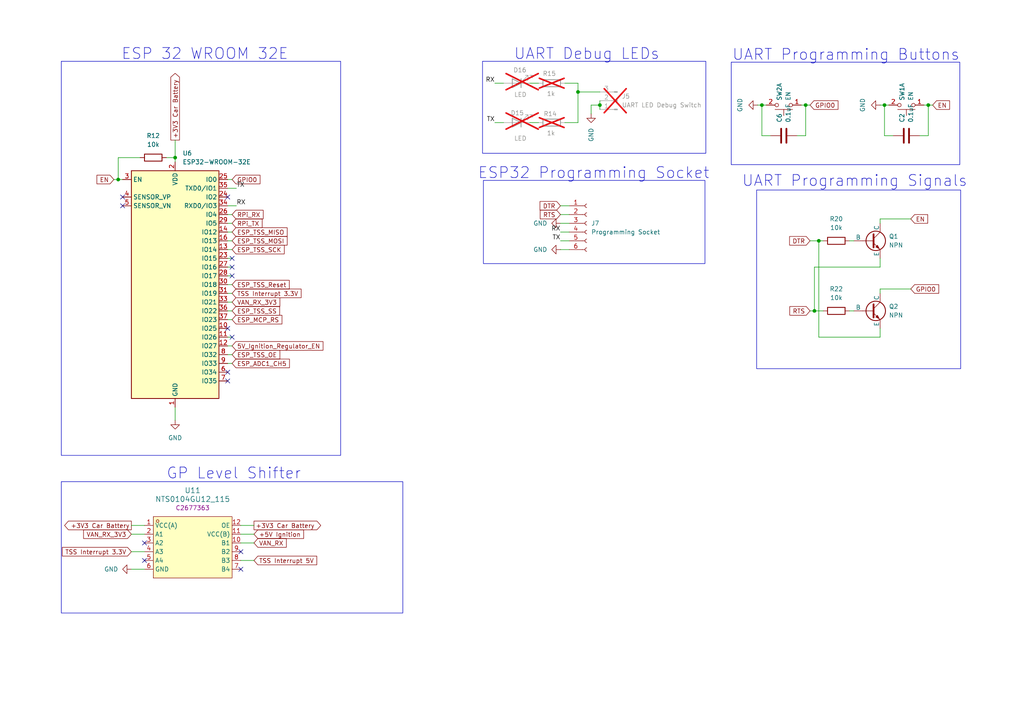
<source format=kicad_sch>
(kicad_sch (version 20250114) (generator "eeschema") (generator_version "9.0")
  (paper "A4")
  (lib_symbols
    (symbol "Connector:Conn_01x03_Pin" (pin_names (offset 1.016) (hide yes))
      (property "Reference" "J" (at 0 5.08 0))
      (property "Value" "Conn_01x03_Pin" (at 0 -5.08 0))
      (symbol "Conn_01x03_Pin_1_1"
        (rectangle (start 0.8636 2.667) (end 0 2.413) (stroke (width 0.1524)) (fill (type outline)))
        (rectangle (start 0.8636 0.127) (end 0 -0.127) (stroke (width 0.1524)) (fill (type outline)))
        (rectangle (start 0.8636 -2.413) (end 0 -2.667) (stroke (width 0.1524)) (fill (type outline)))
        (polyline (pts (xy 1.27 2.54) (xy 0.8636 2.54)) (stroke (width 0.1524)))
        (polyline (pts (xy 1.27 0) (xy 0.8636 0)) (stroke (width 0.1524)))
        (polyline (pts (xy 1.27 -2.54) (xy 0.8636 -2.54)) (stroke (width 0.1524)))
        (pin passive line (at 5.08 2.54 180) (length 3.81) (name "Pin_1") (number "1"))
        (pin passive line (at 5.08 0 180) (length 3.81) (name "Pin_2") (number "2"))
        (pin passive line (at 5.08 -2.54 180) (length 3.81) (name "Pin_3") (number "3"))
      )
    )
    (symbol "Connector:Conn_01x06_Socket" (pin_names (offset 1.016) (hide yes))
      (property "Reference" "J" (at 0 7.62 0))
      (property "Value" "Conn_01x06_Socket" (at 0 -10.16 0))
      (symbol "Conn_01x06_Socket_1_1"
        (polyline (pts (xy -1.27 5.08) (xy -0.508 5.08)) (stroke (width 0.1524)))
        (polyline (pts (xy -1.27 2.54) (xy -0.508 2.54)) (stroke (width 0.1524)))
        (polyline (pts (xy -1.27 0) (xy -0.508 0)) (stroke (width 0.1524)))
        (polyline (pts (xy -1.27 -2.54) (xy -0.508 -2.54)) (stroke (width 0.1524)))
        (polyline (pts (xy -1.27 -5.08) (xy -0.508 -5.08)) (stroke (width 0.1524)))
        (polyline (pts (xy -1.27 -7.62) (xy -0.508 -7.62)) (stroke (width 0.1524)))
        (arc (start 0 4.572) (mid -0.5058 5.08) (end 0 5.588) (stroke (width 0.1524)))
        (arc (start 0 2.032) (mid -0.5058 2.54) (end 0 3.048) (stroke (width 0.1524)))
        (arc (start 0 -0.508) (mid -0.5058 0) (end 0 0.508) (stroke (width 0.1524)))
        (arc (start 0 -3.048) (mid -0.5058 -2.54) (end 0 -2.032) (stroke (width 0.1524)))
        (arc (start 0 -5.588) (mid -0.5058 -5.08) (end 0 -4.572) (stroke (width 0.1524)))
        (arc (start 0 -8.128) (mid -0.5058 -7.62) (end 0 -7.112) (stroke (width 0.1524)))
        (pin passive line (at -5.08 5.08 0) (length 3.81) (name "Pin_1") (number "1"))
        (pin passive line (at -5.08 2.54 0) (length 3.81) (name "Pin_2") (number "2"))
        (pin passive line (at -5.08 0 0) (length 3.81) (name "Pin_3") (number "3"))
        (pin passive line (at -5.08 -2.54 0) (length 3.81) (name "Pin_4") (number "4"))
        (pin passive line (at -5.08 -5.08 0) (length 3.81) (name "Pin_5") (number "5"))
        (pin passive line (at -5.08 -7.62 0) (length 3.81) (name "Pin_6") (number "6"))
      )
    )
    (symbol "Device:C" (pin_numbers (hide yes)) (pin_names (offset 0.254))
      (property "Reference" "C" (at 0.635 2.54 0))
      (property "Value" "C" (at 0.635 -2.54 0))
      (symbol "C_0_1"
        (polyline (pts (xy -2.032 0.762) (xy 2.032 0.762)) (stroke (width 0.508)))
        (polyline (pts (xy -2.032 -0.762) (xy 2.032 -0.762)) (stroke (width 0.508)))
      )
      (symbol "C_1_1"
        (pin passive line (at 0 3.81 270) (length 2.794) (name "~") (number "1"))
        (pin passive line (at 0 -3.81 90) (length 2.794) (name "~") (number "2"))
      )
    )
    (symbol "Device:LED" (pin_numbers (hide yes)) (pin_names (offset 1.016) (hide yes))
      (property "Reference" "D" (at 0 2.54 0))
      (property "Value" "LED" (at 0 -2.54 0))
      (symbol "LED_0_1"
        (polyline (pts (xy -3.048 -0.762) (xy -4.572 -2.286) (xy -3.81 -2.286) (xy -4.572 -2.286) (xy -4.572 -1.524)))
        (polyline (pts (xy -1.778 -0.762) (xy -3.302 -2.286) (xy -2.54 -2.286) (xy -3.302 -2.286) (xy -3.302 -1.524)))
        (polyline (pts (xy -1.27 0) (xy 1.27 0)))
        (polyline (pts (xy -1.27 -1.27) (xy -1.27 1.27)) (stroke (width 0.254)))
        (polyline (pts (xy 1.27 -1.27) (xy 1.27 1.27) (xy -1.27 0) (xy 1.27 -1.27)) (stroke (width 0.254)))
      )
      (symbol "LED_1_1"
        (pin passive line (at -3.81 0 0) (length 2.54) (name "K") (number "1"))
        (pin passive line (at 3.81 0 180) (length 2.54) (name "A") (number "2"))
      )
    )
    (symbol "Device:R" (pin_numbers (hide yes)) (pin_names (offset 0))
      (property "Reference" "R" (at 2.032 0 90))
      (property "Value" "R" (at 0 0 90))
      (symbol "R_0_1"
        (rectangle (start -1.016 -2.54) (end 1.016 2.54) (stroke (width 0.254)))
      )
      (symbol "R_1_1"
        (pin passive line (at 0 3.81 270) (length 1.27) (name "~") (number "1"))
        (pin passive line (at 0 -3.81 90) (length 1.27) (name "~") (number "2"))
      )
    )
    (symbol "EasyEDA:NTS0104GU12,115"
      (property "Reference" "U" (at 0 11.43 0))
      (property "Value" "NTS0104GU12,115" (at 0 -11.43 0))
      (symbol "NTS0104GU12,115_0_1"
        (rectangle (start -11.43 8.89) (end 11.43 -8.89) (fill (type background)))
        (circle (center -10.16 7.62) (radius 0.38))
        (pin unspecified line (at -13.97 6.35 0) (length 2.54) (name "VCC(A)") (number "1"))
        (pin unspecified line (at -13.97 3.81 0) (length 2.54) (name "A1") (number "2"))
        (pin unspecified line (at -13.97 1.27 0) (length 2.54) (name "A2") (number "3"))
        (pin unspecified line (at -13.97 -1.27 0) (length 2.54) (name "A3") (number "4"))
        (pin unspecified line (at -13.97 -3.81 0) (length 2.54) (name "A4") (number "5"))
        (pin unspecified line (at -13.97 -6.35 0) (length 2.54) (name "GND") (number "6"))
        (pin unspecified line (at 13.97 6.35 180) (length 2.54) (name "OE") (number "12"))
        (pin unspecified line (at 13.97 3.81 180) (length 2.54) (name "VCC(B)") (number "11"))
        (pin unspecified line (at 13.97 1.27 180) (length 2.54) (name "B1") (number "10"))
        (pin unspecified line (at 13.97 -1.27 180) (length 2.54) (name "B2") (number "9"))
        (pin unspecified line (at 13.97 -3.81 180) (length 2.54) (name "B3") (number "8"))
        (pin unspecified line (at 13.97 -6.35 180) (length 2.54) (name "B4") (number "7"))
      )
    )
    (symbol "RF_Module:ESP32-WROOM-32E"
      (property "Reference" "U" (at -12.7 34.29 0))
      (property "Value" "ESP32-WROOM-32E" (at 1.27 34.29 0))
      (symbol "ESP32-WROOM-32E_0_1"
        (rectangle (start -12.7 33.02) (end 12.7 -33.02) (stroke (width 0.254)) (fill (type background)))
      )
      (symbol "ESP32-WROOM-32E_1_1"
        (pin input line (at -15.24 30.48 0) (length 2.54) (name "EN") (number "3"))
        (pin input line (at -15.24 25.4 0) (length 2.54) (name "SENSOR_VP") (number "4"))
        (pin input line (at -15.24 22.86 0) (length 2.54) (name "SENSOR_VN") (number "5"))
        (pin no_connect line (at -12.7 0 0) (length 2.54) (hide yes) (name "NC") (number "21"))
        (pin no_connect line (at -12.7 -2.54 0) (length 2.54) (hide yes) (name "NC") (number "22"))
        (pin no_connect line (at -12.7 -5.08 0) (length 2.54) (hide yes) (name "NC") (number "17"))
        (pin no_connect line (at -12.7 -7.62 0) (length 2.54) (hide yes) (name "NC") (number "18"))
        (pin no_connect line (at -12.7 -10.16 0) (length 2.54) (hide yes) (name "NC") (number "20"))
        (pin no_connect line (at -12.7 -12.7 0) (length 2.54) (hide yes) (name "NC") (number "19"))
        (pin no_connect line (at -12.7 -27.94 0) (length 2.54) (hide yes) (name "NC") (number "32"))
        (pin power_in line (at 0 35.56 270) (length 2.54) (name "VDD") (number "2"))
        (pin power_in line (at 0 -35.56 90) (length 2.54) (name "GND") (number "1"))
        (pin passive line (at 0 -35.56 90) (length 2.54) (hide yes) (name "GND") (number "15"))
        (pin passive line (at 0 -35.56 90) (length 2.54) (hide yes) (name "GND") (number "38"))
        (pin passive line (at 0 -35.56 90) (length 2.54) (hide yes) (name "GND") (number "39"))
        (pin bidirectional line (at 15.24 30.48 180) (length 2.54) (name "IO0") (number "25"))
        (pin bidirectional line (at 15.24 27.94 180) (length 2.54) (name "TXD0/IO1") (number "35"))
        (pin bidirectional line (at 15.24 25.4 180) (length 2.54) (name "IO2") (number "24"))
        (pin bidirectional line (at 15.24 22.86 180) (length 2.54) (name "RXD0/IO3") (number "34"))
        (pin bidirectional line (at 15.24 20.32 180) (length 2.54) (name "IO4") (number "26"))
        (pin bidirectional line (at 15.24 17.78 180) (length 2.54) (name "IO5") (number "29"))
        (pin bidirectional line (at 15.24 15.24 180) (length 2.54) (name "IO12") (number "14"))
        (pin bidirectional line (at 15.24 12.7 180) (length 2.54) (name "IO13") (number "16"))
        (pin bidirectional line (at 15.24 10.16 180) (length 2.54) (name "IO14") (number "13"))
        (pin bidirectional line (at 15.24 7.62 180) (length 2.54) (name "IO15") (number "23"))
        (pin bidirectional line (at 15.24 5.08 180) (length 2.54) (name "IO16") (number "27"))
        (pin bidirectional line (at 15.24 2.54 180) (length 2.54) (name "IO17") (number "28"))
        (pin bidirectional line (at 15.24 0 180) (length 2.54) (name "IO18") (number "30"))
        (pin bidirectional line (at 15.24 -2.54 180) (length 2.54) (name "IO19") (number "31"))
        (pin bidirectional line (at 15.24 -5.08 180) (length 2.54) (name "IO21") (number "33"))
        (pin bidirectional line (at 15.24 -7.62 180) (length 2.54) (name "IO22") (number "36"))
        (pin bidirectional line (at 15.24 -10.16 180) (length 2.54) (name "IO23") (number "37"))
        (pin bidirectional line (at 15.24 -12.7 180) (length 2.54) (name "IO25") (number "10"))
        (pin bidirectional line (at 15.24 -15.24 180) (length 2.54) (name "IO26") (number "11"))
        (pin bidirectional line (at 15.24 -17.78 180) (length 2.54) (name "IO27") (number "12"))
        (pin bidirectional line (at 15.24 -20.32 180) (length 2.54) (name "IO32") (number "8"))
        (pin bidirectional line (at 15.24 -22.86 180) (length 2.54) (name "IO33") (number "9"))
        (pin input line (at 15.24 -25.4 180) (length 2.54) (name "IO34") (number "6"))
        (pin input line (at 15.24 -27.94 180) (length 2.54) (name "IO35") (number "7"))
      )
    )
    (symbol "Simulation_SPICE:NPN" (pin_numbers (hide yes)) (pin_names (offset 0))
      (property "Reference" "Q" (at -2.54 7.62 0))
      (property "Value" "NPN" (at -2.54 5.08 0))
      (symbol "NPN_0_1"
        (polyline (pts (xy -2.54 0) (xy 0.635 0)) (stroke (width 0.1524)))
        (polyline (pts (xy 0.635 1.905) (xy 0.635 -1.905) (xy 0.635 -1.905)) (stroke (width 0.508)))
        (polyline (pts (xy 0.635 0.635) (xy 2.54 2.54)))
        (polyline (pts (xy 0.635 -0.635) (xy 2.54 -2.54) (xy 2.54 -2.54)))
        (circle (center 1.27 0) (radius 2.8194) (stroke (width 0.254)))
        (polyline (pts (xy 1.27 -1.778) (xy 1.778 -1.27) (xy 2.286 -2.286) (xy 1.27 -1.778) (xy 1.27 -1.778)) (fill (type outline)))
        (polyline (pts (xy 2.794 -1.27) (xy 2.794 -1.27)) (stroke (width 0.1524)))
        (polyline (pts (xy 2.794 -1.27) (xy 2.794 -1.27)) (stroke (width 0.1524)))
      )
      (symbol "NPN_1_1"
        (pin input line (at -5.08 0 0) (length 2.54) (name "B") (number "2"))
        (pin open_collector line (at 2.54 5.08 270) (length 2.54) (name "C") (number "1"))
        (pin open_emitter line (at 2.54 -5.08 90) (length 2.54) (name "E") (number "3"))
      )
    )
    (symbol "Switch:SW_Push_Dual_x2" (pin_names (offset 1.016) (hide yes))
      (property "Reference" "SW" (at 1.27 2.54 0))
      (property "Value" "SW_Push_Dual_x2" (at 0 -1.524 0))
      (symbol "SW_Push_Dual_x2_0_1"
        (circle (center -2.032 0) (radius 0.508))
        (polyline (pts (xy 0 1.27) (xy 0 3.048)))
        (circle (center 2.032 0) (radius 0.508))
        (polyline (pts (xy 2.54 1.27) (xy -2.54 1.27)))
      )
      (symbol "SW_Push_Dual_x2_1_1"
        (pin passive line (at -5.08 0 0) (length 2.54) (name "C") (number "1"))
        (pin passive line (at 5.08 0 180) (length 2.54) (name "D") (number "2"))
      )
      (symbol "SW_Push_Dual_x2_2_1"
        (pin passive line (at -5.08 0 0) (length 2.54) (name "C") (number "3"))
        (pin passive line (at 5.08 0 180) (length 2.54) (name "D") (number "4"))
      )
    )
    (symbol "power:GND" (power) (pin_numbers (hide yes)) (pin_names (offset 0) (hide yes))
      (property "Value" "GND" (at 0 -3.81 0))
      (symbol "GND_0_1"
        (polyline (pts (xy 0 0) (xy 0 -1.27) (xy 1.27 -1.27) (xy 0 -2.54) (xy -1.27 -1.27) (xy 0 -1.27)))
      )
      (symbol "GND_1_1"
        (pin power_in line (at 0 0 270) (length 0) (name "~") (number "1"))
      )
    )
  )
  (rectangle (start 139.954 17.78) (end 204.724 44.45))
  (rectangle (start 212.09 18.034) (end 278.384 47.752))
  (rectangle (start 140.208 52.324) (end 204.47 76.454))
  (rectangle (start 17.78 139.7) (end 116.84 177.8))
  (rectangle (start 219.456 55.118) (end 278.638 106.934))
  (rectangle (start 17.78 17.78) (end 98.806 132.08))
  (text "UART Debug LEDs" (at 170.18 15.748 0) (effects (font (size 3.175 3.175))))
  (text "ESP 32 WROOM 32E" (at 59.436 15.748 0) (effects (font (size 3.175 3.175))))
  (text "GP Level Shifter" (at 67.818 137.414 0) (effects (font (size 3.175 3.175))))
  (text "ESP32 Programming Socket\n" (at 172.212 50.292 0) (effects (font (size 3.175 3.175))))
  (text "UART Programming Signals\n" (at 247.904 52.578 0) (effects (font (size 3.175 3.175))))
  (text "UART Programming Buttons\n" (at 245.364 16.002 0) (effects (font (size 3.175 3.175))))
  (junction (at 256.54 30.48))
  (junction (at 236.22 90.17))
  (junction (at 167.64 26.67))
  (junction (at 220.98 30.48))
  (junction (at 233.68 30.48))
  (junction (at 173.99 30.48))
  (junction (at 34.29 52.07))
  (junction (at 50.8 45.72))
  (junction (at 269.24 30.48))
  (junction (at 237.49 69.85))
  (no_connect (at 66.04 110.49))
  (no_connect (at 41.91 162.56))
  (no_connect (at 67.31 80.01))
  (no_connect (at 35.56 57.15))
  (no_connect (at 67.31 74.93))
  (no_connect (at 35.56 59.69))
  (no_connect (at 69.85 160.02))
  (no_connect (at 66.04 57.15))
  (no_connect (at 69.85 165.1))
  (no_connect (at 67.31 97.79))
  (no_connect (at 66.04 95.25))
  (no_connect (at 66.04 107.95))
  (no_connect (at 67.31 77.47))
  (no_connect (at 41.91 157.48))
  (wire (pts (xy 66.04 90.17) (xy 67.31 90.17)))
  (wire (pts (xy 259.08 39.37) (xy 256.54 39.37)))
  (wire (pts (xy 162.56 64.77) (xy 165.1 64.77)))
  (wire (pts (xy 153.67 35.56) (xy 156.21 35.56)))
  (wire (pts (xy 266.7 39.37) (xy 269.24 39.37)))
  (wire (pts (xy 50.8 45.72) (xy 50.8 46.99)))
  (wire (pts (xy 66.04 69.85) (xy 67.31 69.85)))
  (wire (pts (xy 173.99 30.48) (xy 173.99 31.75)))
  (wire (pts (xy 34.29 52.07) (xy 35.56 52.07)))
  (wire (pts (xy 220.98 30.48) (xy 222.25 30.48)))
  (wire (pts (xy 171.45 33.02) (xy 171.45 30.48)))
  (wire (pts (xy 233.68 30.48) (xy 232.41 30.48)))
  (wire (pts (xy 246.38 69.85) (xy 247.65 69.85)))
  (wire (pts (xy 270.51 30.48) (xy 269.24 30.48)))
  (wire (pts (xy 219.71 30.48) (xy 220.98 30.48)))
  (wire (pts (xy 233.68 30.48) (xy 234.95 30.48)))
  (wire (pts (xy 143.51 24.13) (xy 146.05 24.13)))
  (wire (pts (xy 163.83 35.56) (xy 167.64 35.56)))
  (wire (pts (xy 66.04 64.77) (xy 67.31 64.77)))
  (wire (pts (xy 66.04 54.61) (xy 68.58 54.61)))
  (wire (pts (xy 66.04 105.41) (xy 67.31 105.41)))
  (wire (pts (xy 38.1 165.1) (xy 41.91 165.1)))
  (wire (pts (xy 40.64 45.72) (xy 34.29 45.72)))
  (wire (pts (xy 66.04 102.87) (xy 67.31 102.87)))
  (wire (pts (xy 66.04 59.69) (xy 68.58 59.69)))
  (wire (pts (xy 67.31 72.39) (xy 66.04 72.39)))
  (wire (pts (xy 237.49 69.85) (xy 238.76 69.85)))
  (wire (pts (xy 69.85 157.48) (xy 73.66 157.48)))
  (wire (pts (xy 167.64 24.13) (xy 163.83 24.13)))
  (wire (pts (xy 38.1 152.4) (xy 41.91 152.4)))
  (wire (pts (xy 255.27 30.48) (xy 256.54 30.48)))
  (wire (pts (xy 256.54 30.48) (xy 257.81 30.48)))
  (wire (pts (xy 234.95 69.85) (xy 237.49 69.85)))
  (wire (pts (xy 50.8 40.64) (xy 50.8 45.72)))
  (wire (pts (xy 162.56 69.85) (xy 165.1 69.85)))
  (wire (pts (xy 269.24 30.48) (xy 267.97 30.48)))
  (wire (pts (xy 34.29 45.72) (xy 34.29 52.07)))
  (wire (pts (xy 66.04 52.07) (xy 67.31 52.07)))
  (wire (pts (xy 255.27 63.5) (xy 264.16 63.5)))
  (wire (pts (xy 66.04 67.31) (xy 67.31 67.31)))
  (wire (pts (xy 255.27 85.09) (xy 255.27 83.82)))
  (wire (pts (xy 66.04 62.23) (xy 67.31 62.23)))
  (wire (pts (xy 173.99 29.21) (xy 173.99 30.48)))
  (wire (pts (xy 236.22 77.47) (xy 236.22 90.17)))
  (wire (pts (xy 33.02 52.07) (xy 34.29 52.07)))
  (wire (pts (xy 38.1 154.94) (xy 41.91 154.94)))
  (wire (pts (xy 48.26 45.72) (xy 50.8 45.72)))
  (wire (pts (xy 69.85 154.94) (xy 73.66 154.94)))
  (wire (pts (xy 233.68 39.37) (xy 233.68 30.48)))
  (wire (pts (xy 255.27 83.82) (xy 264.16 83.82)))
  (wire (pts (xy 66.04 82.55) (xy 67.31 82.55)))
  (wire (pts (xy 256.54 39.37) (xy 256.54 30.48)))
  (wire (pts (xy 38.1 160.02) (xy 41.91 160.02)))
  (wire (pts (xy 255.27 97.79) (xy 237.49 97.79)))
  (wire (pts (xy 66.04 87.63) (xy 67.31 87.63)))
  (wire (pts (xy 269.24 30.48) (xy 269.24 39.37)))
  (wire (pts (xy 167.64 24.13) (xy 167.64 26.67)))
  (wire (pts (xy 171.45 30.48) (xy 173.99 30.48)))
  (wire (pts (xy 246.38 90.17) (xy 247.65 90.17)))
  (wire (pts (xy 69.85 152.4) (xy 73.66 152.4)))
  (wire (pts (xy 167.64 26.67) (xy 167.64 35.56)))
  (wire (pts (xy 153.67 24.13) (xy 156.21 24.13)))
  (wire (pts (xy 162.56 59.69) (xy 165.1 59.69)))
  (wire (pts (xy 69.85 162.56) (xy 73.66 162.56)))
  (wire (pts (xy 66.04 80.01) (xy 67.31 80.01)))
  (wire (pts (xy 220.98 30.48) (xy 220.98 39.37)))
  (wire (pts (xy 66.04 74.93) (xy 67.31 74.93)))
  (wire (pts (xy 162.56 67.31) (xy 165.1 67.31)))
  (wire (pts (xy 162.56 72.39) (xy 165.1 72.39)))
  (wire (pts (xy 237.49 97.79) (xy 237.49 69.85)))
  (wire (pts (xy 66.04 100.33) (xy 67.31 100.33)))
  (wire (pts (xy 255.27 64.77) (xy 255.27 63.5)))
  (wire (pts (xy 50.8 118.11) (xy 50.8 121.92)))
  (wire (pts (xy 66.04 97.79) (xy 67.31 97.79)))
  (wire (pts (xy 236.22 90.17) (xy 238.76 90.17)))
  (wire (pts (xy 167.64 26.67) (xy 173.99 26.67)))
  (wire (pts (xy 255.27 74.93) (xy 255.27 77.47)))
  (wire (pts (xy 231.14 39.37) (xy 233.68 39.37)))
  (wire (pts (xy 255.27 97.79) (xy 255.27 95.25)))
  (wire (pts (xy 223.52 39.37) (xy 220.98 39.37)))
  (wire (pts (xy 66.04 77.47) (xy 67.31 77.47)))
  (wire (pts (xy 255.27 77.47) (xy 236.22 77.47)))
  (wire (pts (xy 66.04 92.71) (xy 67.31 92.71)))
  (wire (pts (xy 162.56 62.23) (xy 165.1 62.23)))
  (wire (pts (xy 234.95 90.17) (xy 236.22 90.17)))
  (wire (pts (xy 143.51 35.56) (xy 146.05 35.56)))
  (wire (pts (xy 66.04 85.09) (xy 67.31 85.09)))
  (label "TX" (at 68.58 54.61 0))
  (label "RX" (at 68.58 59.69 0))
  (label "RX" (at 143.51 24.13 180))
  (label "TX" (at 143.51 35.56 180))
  (label "RX" (at 162.56 67.31 180))
  (label "TX" (at 162.56 69.85 180))
  (global_label "ESP_TSS_OE" (shape input) (at 67.31 102.87 0) (property "Intersheetrefs" "${INTERSHEET_REFS}" (effects (hide yes))))
  (global_label "DTR" (shape input) (at 234.95 69.85 180) (property "Intersheetrefs" "${INTERSHEET_REFS}" (effects (hide yes))))
  (global_label "+3V3 Car Battery" (shape output) (at 50.8 40.64 90) (property "Intersheetrefs" "${INTERSHEET_REFS}" (effects (hide yes))))
  (global_label "ESP_TSS_MISO" (shape input) (at 67.31 67.31 0) (property "Intersheetrefs" "${INTERSHEET_REFS}" (effects (hide yes))))
  (global_label "GPIO0" (shape input) (at 67.31 52.07 0) (property "Intersheetrefs" "${INTERSHEET_REFS}" (effects (hide yes))))
  (global_label "+5V Ignition" (shape input) (at 73.66 154.94 0) (property "Intersheetrefs" "${INTERSHEET_REFS}" (effects (hide yes))))
  (global_label "RPi_TX" (shape input) (at 67.31 64.77 0) (property "Intersheetrefs" "${INTERSHEET_REFS}" (effects (hide yes))))
  (global_label "EN" (shape input) (at 264.16 63.5 0) (property "Intersheetrefs" "${INTERSHEET_REFS}" (effects (hide yes))))
  (global_label "GPIO0" (shape input) (at 234.95 30.48 0) (property "Intersheetrefs" "${INTERSHEET_REFS}" (effects (hide yes))))
  (global_label "EN" (shape input) (at 270.51 30.48 0) (property "Intersheetrefs" "${INTERSHEET_REFS}" (effects (hide yes))))
  (global_label "ESP_MCP_RS" (shape input) (at 67.31 92.71 0) (property "Intersheetrefs" "${INTERSHEET_REFS}" (effects (hide yes))))
  (global_label "GPIO0" (shape input) (at 264.16 83.82 0) (property "Intersheetrefs" "${INTERSHEET_REFS}" (effects (hide yes))))
  (global_label "+3V3 Car Battery" (shape output) (at 73.66 152.4 0) (property "Intersheetrefs" "${INTERSHEET_REFS}" (effects (hide yes))))
  (global_label "ESP_TSS_Reset" (shape input) (at 67.31 82.55 0) (property "Intersheetrefs" "${INTERSHEET_REFS}" (effects (hide yes))))
  (global_label "5V_Ignition_Regulator_EN" (shape input) (at 67.31 100.33 0) (property "Intersheetrefs" "${INTERSHEET_REFS}" (effects (hide yes))))
  (global_label "RPi_RX" (shape input) (at 67.31 62.23 0) (property "Intersheetrefs" "${INTERSHEET_REFS}" (effects (hide yes))))
  (global_label "EN" (shape input) (at 33.02 52.07 180) (property "Intersheetrefs" "${INTERSHEET_REFS}" (effects (hide yes))))
  (global_label "ESP_TSS_MOSI" (shape input) (at 67.31 69.85 0) (property "Intersheetrefs" "${INTERSHEET_REFS}" (effects (hide yes))))
  (global_label "ESP_TSS_SS" (shape input) (at 67.31 90.17 0) (property "Intersheetrefs" "${INTERSHEET_REFS}" (effects (hide yes))))
  (global_label "RTS" (shape input) (at 162.56 62.23 180) (property "Intersheetrefs" "${INTERSHEET_REFS}" (effects (hide yes))))
  (global_label "TSS Interrupt 3.3V" (shape input) (at 38.1 160.02 180) (property "Intersheetrefs" "${INTERSHEET_REFS}" (effects (hide yes))))
  (global_label "ESP_ADC1_CH5" (shape input) (at 67.31 105.41 0) (property "Intersheetrefs" "${INTERSHEET_REFS}" (effects (hide yes))))
  (global_label "VAN_RX_3V3" (shape input) (at 38.1 154.94 180) (property "Intersheetrefs" "${INTERSHEET_REFS}" (effects (hide yes))))
  (global_label "TSS Interrupt 3.3V" (shape input) (at 67.31 85.09 0) (property "Intersheetrefs" "${INTERSHEET_REFS}" (effects (hide yes))))
  (global_label "+3V3 Car Battery" (shape output) (at 38.1 152.4 180) (property "Intersheetrefs" "${INTERSHEET_REFS}" (effects (hide yes))))
  (global_label "TSS Interrupt 5V" (shape input) (at 73.66 162.56 0) (property "Intersheetrefs" "${INTERSHEET_REFS}" (effects (hide yes))))
  (global_label "RTS" (shape input) (at 234.95 90.17 180) (property "Intersheetrefs" "${INTERSHEET_REFS}" (effects (hide yes))))
  (global_label "ESP_TSS_SCK" (shape input) (at 67.31 72.39 0) (property "Intersheetrefs" "${INTERSHEET_REFS}" (effects (hide yes))))
  (global_label "DTR" (shape input) (at 162.56 59.69 180) (property "Intersheetrefs" "${INTERSHEET_REFS}" (effects (hide yes))))
  (global_label "VAN_RX" (shape input) (at 73.66 157.48 0) (property "Intersheetrefs" "${INTERSHEET_REFS}" (effects (hide yes))))
  (global_label "VAN_RX_3V3" (shape input) (at 67.31 87.63 0) (property "Intersheetrefs" "${INTERSHEET_REFS}" (effects (hide yes))))
  (symbol (lib_id "power:GND") (at 255.27 30.48 270) (unit 1)
    (property "Reference" "#PWR042" (effects (hide yes)))
    (property "Value" "GND" (at 250.19 30.48 0))
    (property "Description" "Power symbol creates a global label with name \"GND\" , ground" (effects (hide yes)))
  )
  (symbol (lib_id "Simulation_SPICE:NPN") (at 252.73 90.17 0) (unit 1)
    (property "Reference" "Q2" (at 257.81 88.8999 0) (effects (justify left)))
    (property "Value" "NPN" (at 257.81 91.4399 0) (effects (justify left)))
    (property "Footprint" "Package_TO_SOT_SMD:SOT-416" (effects (hide yes)))
    (property "Datasheet" "https://ngspice.sourceforge.io/docs/ngspice-html-manual/manual.xhtml#cha_BJTs" (effects (hide yes)))
    (property "Description" "Bipolar transistor symbol for simulation only, substrate tied to the emitter" (effects (hide yes)))
    (property "Sim.Device" "NPN" (effects (hide yes)))
    (property "Sim.Type" "GUMMELPOON" (effects (hide yes)))
    (property "Sim.Pins" "1=C 2=B 3=E" (effects (hide yes)))
  )
  (symbol (lib_id "power:GND") (at 162.56 72.39 270) (unit 1)
    (property "Reference" "#PWR090" (effects (hide yes)))
    (property "Value" "GND" (at 158.75 72.3899 90) (effects (justify right)))
    (property "Description" "Power symbol creates a global label with name \"GND\" , ground" (effects (hide yes)))
  )
  (symbol (lib_id "power:GND") (at 171.45 33.02 0) (unit 1)
    (property "Reference" "#PWR066" (effects (hide yes)))
    (property "Value" "GND" (at 171.45 39.116 90))
    (property "Description" "Power symbol creates a global label with name \"GND\" , ground" (effects (hide yes)))
  )
  (symbol (lib_id "power:GND") (at 219.71 30.48 270) (unit 1)
    (property "Reference" "#PWR045" (effects (hide yes)))
    (property "Value" "GND" (at 214.63 30.48 0))
    (property "Description" "Power symbol creates a global label with name \"GND\" , ground" (effects (hide yes)))
  )
  (symbol (lib_id "Device:LED") (at 149.86 35.56 180) (unit 1) (dnp yes)
    (property "Reference" "D15" (at 148.082 32.766 0) (effects (justify right)))
    (property "Value" "LED" (at 149.098 40.132 0) (effects (justify right)))
    (property "Footprint" "LED_SMD:LED_0402_1005Metric" (effects (hide yes)))
    (property "Description" "Light emitting diode" (effects (hide yes)))
    (property "Sim.Pins" "1=K 2=A" (effects (hide yes)))
  )
  (symbol (lib_id "Switch:SW_Push_Dual_x2") (at 227.33 30.48 180) (unit 1)
    (property "Reference" "SW2" (at 226.0599 29.21 90) (effects (justify right)))
    (property "Value" "EN" (at 228.5999 29.21 90) (effects (justify right)))
    (property "Footprint" "Button_Switch_SMD:SW_SPST_B3U-1000P-B" (effects (hide yes)))
    (property "Description" "Push button switch, generic, separate symbols, four pins" (effects (hide yes)))
  )
  (symbol (lib_id "Switch:SW_Push_Dual_x2") (at 262.89 30.48 180) (unit 1)
    (property "Reference" "SW1" (at 261.6199 29.21 90) (effects (justify right)))
    (property "Value" "EN" (at 264.1599 29.21 90) (effects (justify right)))
    (property "Footprint" "Button_Switch_SMD:SW_SPST_B3U-1000P-B" (effects (hide yes)))
    (property "Description" "Push button switch, generic, separate symbols, four pins" (effects (hide yes)))
  )
  (symbol (lib_id "Device:R") (at 160.02 24.13 90) (unit 1) (dnp yes)
    (property "Reference" "R15" (at 161.29 21.336 90) (effects (justify left)))
    (property "Value" "1k" (at 161.036 27.178 90) (effects (justify left)))
    (property "Footprint" "Resistor_SMD:R_0805_2012Metric" (effects (hide yes)))
    (property "Description" "Resistor" (effects (hide yes)))
  )
  (symbol (lib_id "Device:R") (at 242.57 69.85 90) (unit 1)
    (property "Reference" "R20" (at 242.57 63.5 90))
    (property "Value" "10k" (at 242.57 66.04 90))
    (property "Footprint" "Resistor_SMD:R_0805_2012Metric" (effects (hide yes)))
    (property "Description" "Resistor" (effects (hide yes)))
  )
  (symbol (lib_id "Device:R") (at 160.02 35.56 90) (unit 1) (dnp yes)
    (property "Reference" "R14" (at 161.544 33.02 90) (effects (justify left)))
    (property "Value" "1k" (at 161.036 38.608 90) (effects (justify left)))
    (property "Footprint" "Resistor_SMD:R_0805_2012Metric" (effects (hide yes)))
    (property "Description" "Resistor" (effects (hide yes)))
  )
  (symbol (lib_id "Simulation_SPICE:NPN") (at 252.73 69.85 0) (unit 1)
    (property "Reference" "Q1" (at 257.81 68.5799 0) (effects (justify left)))
    (property "Value" "NPN" (at 257.81 71.1199 0) (effects (justify left)))
    (property "Footprint" "Package_TO_SOT_SMD:SOT-416" (effects (hide yes)))
    (property "Datasheet" "https://ngspice.sourceforge.io/docs/ngspice-html-manual/manual.xhtml#cha_BJTs" (effects (hide yes)))
    (property "Description" "Bipolar transistor symbol for simulation only, substrate tied to the emitter" (effects (hide yes)))
    (property "Sim.Device" "NPN" (effects (hide yes)))
    (property "Sim.Type" "GUMMELPOON" (effects (hide yes)))
    (property "Sim.Pins" "1=C 2=B 3=E" (effects (hide yes)))
  )
  (symbol (lib_id "Device:R") (at 44.45 45.72 90) (unit 1)
    (property "Reference" "R12" (at 44.45 39.37 90))
    (property "Value" "10k" (at 44.45 41.91 90))
    (property "Footprint" "Resistor_SMD:R_0805_2012Metric" (effects (hide yes)))
    (property "Description" "Resistor" (effects (hide yes)))
  )
  (symbol (lib_id "Device:C") (at 227.33 39.37 90) (unit 1)
    (property "Reference" "C6" (at 226.0599 35.56 0) (effects (justify left)))
    (property "Value" "0.1uF" (at 228.5999 35.56 0) (effects (justify left)))
    (property "Footprint" "Capacitor_SMD:C_0805_2012Metric" (effects (hide yes)))
    (property "Description" "Unpolarized capacitor" (effects (hide yes)))
  )
  (symbol (lib_id "Connector:Conn_01x03_Pin") (at 179.07 29.21 180) (unit 1) (dnp yes)
    (property "Reference" "J5" (at 180.34 27.9399 0) (effects (justify right)))
    (property "Value" "UART LED Debug Switch" (at 180.34 30.4799 0) (effects (justify right)))
    (property "Footprint" "Connector_PinHeader_2.54mm:PinHeader_1x03_P2.54mm_Vertical" (effects (hide yes)))
    (property "Description" "Generic connector, single row, 01x03, script generated" (effects (hide yes)))
  )
  (symbol (lib_id "power:GND") (at 162.56 64.77 270) (unit 1)
    (property "Reference" "#PWR089" (effects (hide yes)))
    (property "Value" "GND" (at 158.75 64.7699 90) (effects (justify right)))
    (property "Description" "Power symbol creates a global label with name \"GND\" , ground" (effects (hide yes)))
  )
  (symbol (lib_id "Connector:Conn_01x06_Socket") (at 170.18 64.77 0) (unit 1)
    (property "Reference" "J7" (at 171.45 64.7699 0) (effects (justify left)))
    (property "Value" "Programming Socket" (at 171.45 67.3099 0) (effects (justify left)))
    (property "Footprint" "Connector_JST:JST_GH_SM06B-GHS-TB_1x06-1MP_P1.25mm_Horizontal" (effects (hide yes)))
    (property "Description" "Generic connector, single row, 01x06, script generated" (effects (hide yes)))
  )
  (symbol (lib_id "power:GND") (at 50.8 121.92 0) (unit 1)
    (property "Reference" "#PWR041" (effects (hide yes)))
    (property "Value" "GND" (at 50.8 127 0))
    (property "Description" "Power symbol creates a global label with name \"GND\" , ground" (effects (hide yes)))
  )
  (symbol (lib_id "Device:R") (at 242.57 90.17 90) (unit 1)
    (property "Reference" "R22" (at 242.57 83.82 90))
    (property "Value" "10k" (at 242.57 86.36 90))
    (property "Footprint" "Resistor_SMD:R_0805_2012Metric" (effects (hide yes)))
    (property "Description" "Resistor" (effects (hide yes)))
  )
  (symbol (lib_id "power:GND") (at 38.1 165.1 270) (unit 1)
    (property "Reference" "#PWR087" (effects (hide yes)))
    (property "Value" "GND" (at 34.29 165.0999 90) (effects (justify right)))
    (property "Description" "Power symbol creates a global label with name \"GND\" , ground" (effects (hide yes)))
  )
  (symbol (lib_id "Device:LED") (at 149.86 24.13 180) (unit 1) (dnp yes)
    (property "Reference" "D16" (at 148.844 20.32 0) (effects (justify right)))
    (property "Value" "LED" (at 149.098 27.432 0) (effects (justify right)))
    (property "Footprint" "LED_SMD:LED_0402_1005Metric" (effects (hide yes)))
    (property "Description" "Light emitting diode" (effects (hide yes)))
    (property "Sim.Pins" "1=K 2=A" (effects (hide yes)))
  )
  (symbol (lib_id "RF_Module:ESP32-WROOM-32E") (at 50.8 82.55 0) (unit 1)
    (property "Reference" "U6" (at 52.9433 44.45 0) (effects (justify left)))
    (property "Value" "ESP32-WROOM-32E" (at 52.9433 46.99 0) (effects (justify left)))
    (property "Footprint" "RF_Module:ESP32-WROOM-32D" (effects (hide yes)))
    (property "Datasheet" "https://www.espressif.com/sites/default/files/documentation/esp32-wroom-32e_esp32-wroom-32ue_datasheet_en.pdf" (effects (hide yes)))
    (property "Description" "RF Module, ESP32-D0WD-V3 SoC, without PSRAM, Wi-Fi 802.11b/g/n, Bluetooth, BLE, 32-bit, 2.7-3.6V, onboard antenna, SMD" (effects (hide yes)))
  )
  (symbol (lib_id "Device:C") (at 262.89 39.37 90) (unit 1)
    (property "Reference" "C2" (at 261.6199 35.56 0) (effects (justify left)))
    (property "Value" "0.1uF" (at 264.1599 35.56 0) (effects (justify left)))
    (property "Footprint" "Capacitor_SMD:C_0805_2012Metric" (effects (hide yes)))
    (property "Description" "Unpolarized capacitor" (effects (hide yes)))
  )
  (symbol (lib_id "EasyEDA:NTS0104GU12,115") (at 55.88 158.75 0) (unit 1)
    (property "Reference" "U11" (at 55.88 142.24 0) (effects (font (size 1.524 1.524))))
    (property "Value" "NTS0104GU12_115" (at 55.88 144.78 0) (effects (font (size 1.524 1.524))))
    (property "Footprint" "EasyEDA:XQFN-12_L2.0-W1.7-P0.40-BL" (effects (hide yes)))
    (property "Datasheet" "NTS0104GU12_115" (effects (hide yes)))
    (property "LCSC Part" "C2677363" (at 55.88 147.32 0))
  )
)
</source>
